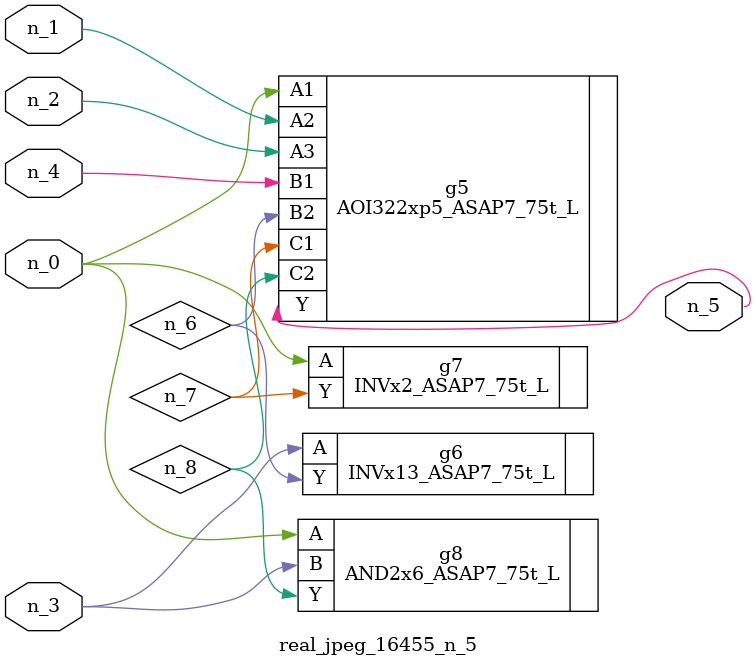
<source format=v>
module real_jpeg_16455_n_5 (n_4, n_0, n_1, n_2, n_3, n_5);

input n_4;
input n_0;
input n_1;
input n_2;
input n_3;

output n_5;

wire n_8;
wire n_6;
wire n_7;

AOI322xp5_ASAP7_75t_L g5 ( 
.A1(n_0),
.A2(n_1),
.A3(n_2),
.B1(n_4),
.B2(n_6),
.C1(n_7),
.C2(n_8),
.Y(n_5)
);

INVx2_ASAP7_75t_L g7 ( 
.A(n_0),
.Y(n_7)
);

AND2x6_ASAP7_75t_L g8 ( 
.A(n_0),
.B(n_3),
.Y(n_8)
);

INVx13_ASAP7_75t_L g6 ( 
.A(n_3),
.Y(n_6)
);


endmodule
</source>
